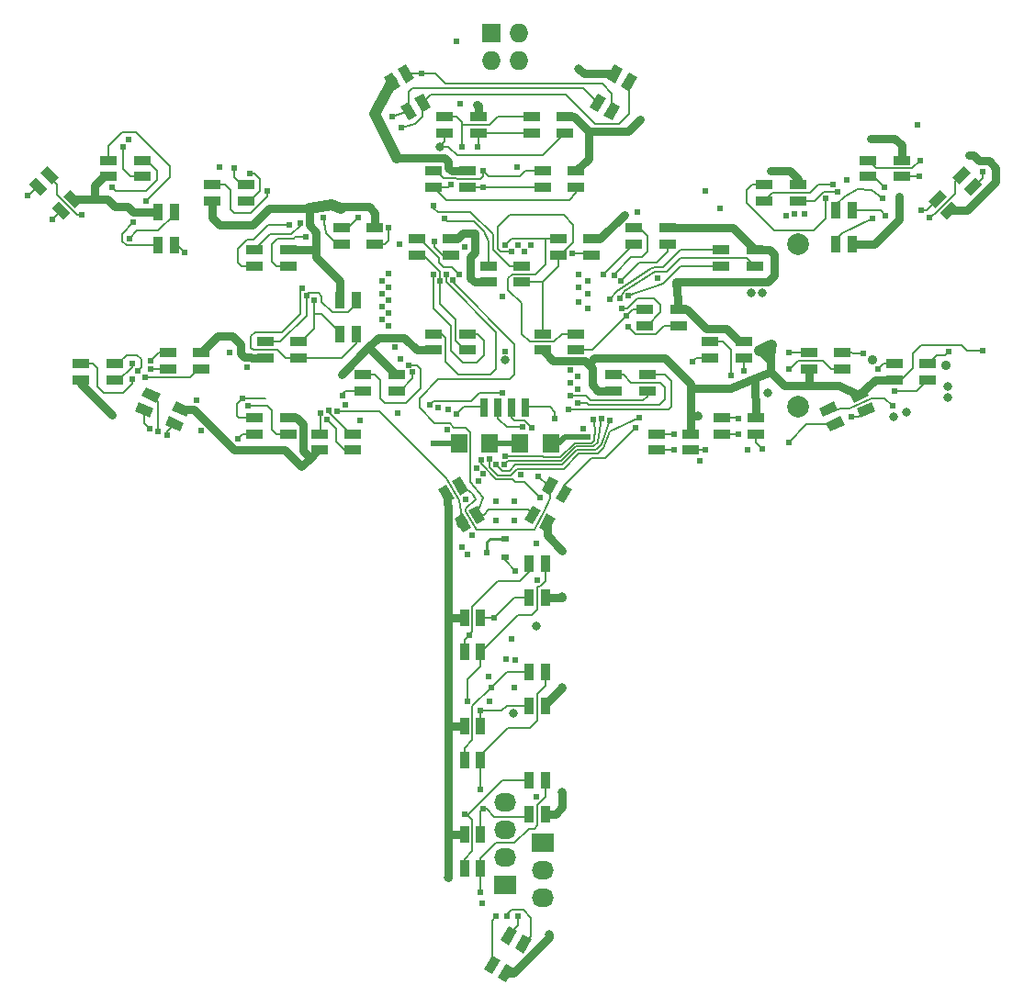
<source format=gtl>
G04 #@! TF.FileFunction,Copper,L1,Top,Signal*
%FSLAX46Y46*%
G04 Gerber Fmt 4.6, Leading zero omitted, Abs format (unit mm)*
G04 Created by KiCad (PCBNEW 4.0.6) date Monday, May 07, 2018 'PMt' 08:57:05 PM*
%MOMM*%
%LPD*%
G01*
G04 APERTURE LIST*
%ADD10C,0.100000*%
%ADD11C,2.000000*%
%ADD12R,2.032000X1.727200*%
%ADD13O,2.032000X1.727200*%
%ADD14R,1.597660X1.800860*%
%ADD15R,0.800000X0.600000*%
%ADD16C,0.900000*%
%ADD17R,1.727200X1.727200*%
%ADD18O,1.727200X1.727200*%
%ADD19R,1.498600X0.899160*%
%ADD20R,0.899160X1.498600*%
%ADD21R,0.800000X1.800000*%
%ADD22C,0.610000*%
%ADD23C,0.800000*%
%ADD24C,0.200000*%
%ADD25C,0.152400*%
%ADD26C,0.240000*%
%ADD27C,0.500000*%
%ADD28C,0.750000*%
%ADD29C,1.000000*%
G04 APERTURE END LIST*
D10*
D11*
X177000000Y-80000000D03*
X177000000Y-94990000D03*
D12*
X153500000Y-135210000D03*
D13*
X153500000Y-137750000D03*
X153500000Y-140290000D03*
D12*
X150000000Y-139079999D03*
D13*
X150000000Y-136539999D03*
X150000000Y-133999999D03*
X150000000Y-131459999D03*
D14*
X151400000Y-98400000D03*
X154239720Y-98400000D03*
X145760280Y-98400000D03*
X148600000Y-98400000D03*
D15*
X150000000Y-107150000D03*
X150000000Y-108850000D03*
D16*
X190691718Y-91137172D03*
X183908282Y-90662828D03*
D17*
X148760000Y-60560000D03*
D18*
X151300000Y-60560000D03*
X148760000Y-63100000D03*
X151300000Y-63100000D03*
D19*
X114000000Y-92498600D03*
X114000000Y-91000000D03*
X110901200Y-91000000D03*
X110901200Y-92498600D03*
X169901200Y-80501400D03*
X169901200Y-82000000D03*
X173000000Y-82000000D03*
X173000000Y-80501400D03*
X173901200Y-74501400D03*
X173901200Y-76000000D03*
X177000000Y-76000000D03*
X177000000Y-74501400D03*
X168901200Y-89000000D03*
X168901200Y-90498600D03*
X172000000Y-90498600D03*
X172000000Y-89000000D03*
X153450600Y-73250700D03*
X153450600Y-74749300D03*
X156549400Y-74749300D03*
X156549400Y-73250700D03*
D10*
G36*
X192327090Y-74896878D02*
X193386760Y-73837208D01*
X194022562Y-74473010D01*
X192962892Y-75532680D01*
X192327090Y-74896878D01*
X192327090Y-74896878D01*
G37*
G36*
X191267420Y-73837208D02*
X192327090Y-72777538D01*
X192962892Y-73413340D01*
X191903222Y-74473010D01*
X191267420Y-73837208D01*
X191267420Y-73837208D01*
G37*
G36*
X189076238Y-76028390D02*
X190135908Y-74968720D01*
X190771710Y-75604522D01*
X189712040Y-76664192D01*
X189076238Y-76028390D01*
X189076238Y-76028390D01*
G37*
G36*
X190135908Y-77088060D02*
X191195578Y-76028390D01*
X191831380Y-76664192D01*
X190771710Y-77723862D01*
X190135908Y-77088060D01*
X190135908Y-77088060D01*
G37*
D19*
X183450600Y-72250700D03*
X183450600Y-73749300D03*
X186549400Y-73749300D03*
X186549400Y-72250700D03*
X154901200Y-79501400D03*
X154901200Y-81000000D03*
X158000000Y-81000000D03*
X158000000Y-79501400D03*
X161901200Y-78501400D03*
X161901200Y-80000000D03*
X165000000Y-80000000D03*
X165000000Y-78501400D03*
D20*
X182000000Y-76901200D03*
X180501400Y-76901200D03*
X180501400Y-80000000D03*
X182000000Y-80000000D03*
D10*
G36*
X159340385Y-66543047D02*
X158591085Y-67840873D01*
X157812389Y-67391293D01*
X158561689Y-66093467D01*
X159340385Y-66543047D01*
X159340385Y-66543047D01*
G37*
G36*
X160638211Y-67292347D02*
X159888911Y-68590173D01*
X159110215Y-68140593D01*
X159859515Y-66842767D01*
X160638211Y-67292347D01*
X160638211Y-67292347D01*
G37*
G36*
X162187611Y-64608707D02*
X161438311Y-65906533D01*
X160659615Y-65456953D01*
X161408915Y-64159127D01*
X162187611Y-64608707D01*
X162187611Y-64608707D01*
G37*
G36*
X160889785Y-63859407D02*
X160140485Y-65157233D01*
X159361789Y-64707653D01*
X160111089Y-63409827D01*
X160889785Y-63859407D01*
X160889785Y-63859407D01*
G37*
D19*
X152450600Y-68250700D03*
X152450600Y-69749300D03*
X155549400Y-69749300D03*
X155549400Y-68250700D03*
D20*
X153749300Y-129450600D03*
X152250700Y-129450600D03*
X152250700Y-132549400D03*
X153749300Y-132549400D03*
D19*
X164000000Y-97501400D03*
X164000000Y-99000000D03*
X167098800Y-99000000D03*
X167098800Y-97501400D03*
X163098800Y-93498600D03*
X163098800Y-92000000D03*
X160000000Y-92000000D03*
X160000000Y-93498600D03*
D20*
X153749300Y-119450600D03*
X152250700Y-119450600D03*
X152250700Y-122549400D03*
X153749300Y-122549400D03*
D19*
X181098800Y-91498600D03*
X181098800Y-90000000D03*
X178000000Y-90000000D03*
X178000000Y-91498600D03*
X156549400Y-89749300D03*
X156549400Y-88250700D03*
X153450600Y-88250700D03*
X153450600Y-89749300D03*
D20*
X153749300Y-109450600D03*
X152250700Y-109450600D03*
X152250700Y-112549400D03*
X153749300Y-112549400D03*
D19*
X189000000Y-92498600D03*
X189000000Y-91000000D03*
X185901200Y-91000000D03*
X185901200Y-92498600D03*
D10*
G36*
X150909615Y-144956953D02*
X151658915Y-143659127D01*
X152437611Y-144108707D01*
X151688311Y-145406533D01*
X150909615Y-144956953D01*
X150909615Y-144956953D01*
G37*
G36*
X149611789Y-144207653D02*
X150361089Y-142909827D01*
X151139785Y-143359407D01*
X150390485Y-144657233D01*
X149611789Y-144207653D01*
X149611789Y-144207653D01*
G37*
G36*
X148062389Y-146891293D02*
X148811689Y-145593467D01*
X149590385Y-146043047D01*
X148841085Y-147340873D01*
X148062389Y-146891293D01*
X148062389Y-146891293D01*
G37*
G36*
X149360215Y-147640593D02*
X150109515Y-146342767D01*
X150888211Y-146792347D01*
X150138911Y-148090173D01*
X149360215Y-147640593D01*
X149360215Y-147640593D01*
G37*
D19*
X170000000Y-96000000D03*
X170000000Y-97498600D03*
X173098800Y-97498600D03*
X173098800Y-96000000D03*
D10*
G36*
X154659615Y-103456953D02*
X155408915Y-102159127D01*
X156187611Y-102608707D01*
X155438311Y-103906533D01*
X154659615Y-103456953D01*
X154659615Y-103456953D01*
G37*
G36*
X153361789Y-102707653D02*
X154111089Y-101409827D01*
X154889785Y-101859407D01*
X154140485Y-103157233D01*
X153361789Y-102707653D01*
X153361789Y-102707653D01*
G37*
G36*
X151812389Y-105391293D02*
X152561689Y-104093467D01*
X153340385Y-104543047D01*
X152591085Y-105840873D01*
X151812389Y-105391293D01*
X151812389Y-105391293D01*
G37*
G36*
X153110215Y-106140593D02*
X153859515Y-104842767D01*
X154638211Y-105292347D01*
X153888911Y-106590173D01*
X153110215Y-106140593D01*
X153110215Y-106140593D01*
G37*
G36*
X180697596Y-95315798D02*
X179339403Y-95949134D01*
X178959402Y-95134218D01*
X180317595Y-94500882D01*
X180697596Y-95315798D01*
X180697596Y-95315798D01*
G37*
G36*
X181330932Y-96673991D02*
X179972739Y-97307327D01*
X179592738Y-96492411D01*
X180950931Y-95859075D01*
X181330932Y-96673991D01*
X181330932Y-96673991D01*
G37*
G36*
X184139398Y-95364382D02*
X182781205Y-95997718D01*
X182401204Y-95182802D01*
X183759397Y-94549466D01*
X184139398Y-95364382D01*
X184139398Y-95364382D01*
G37*
G36*
X183506062Y-94006189D02*
X182147869Y-94639525D01*
X181767868Y-93824609D01*
X183126061Y-93191273D01*
X183506062Y-94006189D01*
X183506062Y-94006189D01*
G37*
D19*
X134901200Y-78501400D03*
X134901200Y-80000000D03*
X138000000Y-80000000D03*
X138000000Y-78501400D03*
D20*
X134800100Y-88298700D03*
X136298700Y-88298700D03*
X136298700Y-85199900D03*
X134800100Y-85199900D03*
D19*
X151549400Y-83498600D03*
X151549400Y-82000000D03*
X148450600Y-82000000D03*
X148450600Y-83498600D03*
D20*
X118000000Y-80098800D03*
X119498600Y-80098800D03*
X119498600Y-77000000D03*
X118000000Y-77000000D03*
D19*
X141901200Y-79501400D03*
X141901200Y-81000000D03*
X145000000Y-81000000D03*
X145000000Y-79501400D03*
X143450600Y-73250700D03*
X143450600Y-74749300D03*
X146549400Y-74749300D03*
X146549400Y-73250700D03*
X116549400Y-73749300D03*
X116549400Y-72250700D03*
X113450600Y-72250700D03*
X113450600Y-73749300D03*
X144450600Y-68250700D03*
X144450600Y-69749300D03*
X147549400Y-69749300D03*
X147549400Y-68250700D03*
D10*
G36*
X108195578Y-74473010D02*
X107135908Y-73413340D01*
X107771710Y-72777538D01*
X108831380Y-73837208D01*
X108195578Y-74473010D01*
X108195578Y-74473010D01*
G37*
G36*
X107135908Y-75532680D02*
X106076238Y-74473010D01*
X106712040Y-73837208D01*
X107771710Y-74896878D01*
X107135908Y-75532680D01*
X107135908Y-75532680D01*
G37*
G36*
X109327090Y-77723862D02*
X108267420Y-76664192D01*
X108903222Y-76028390D01*
X109962892Y-77088060D01*
X109327090Y-77723862D01*
X109327090Y-77723862D01*
G37*
G36*
X110386760Y-76664192D02*
X109327090Y-75604522D01*
X109962892Y-74968720D01*
X111022562Y-76028390D01*
X110386760Y-76664192D01*
X110386760Y-76664192D01*
G37*
D19*
X126098800Y-76000000D03*
X126098800Y-74501400D03*
X123000000Y-74501400D03*
X123000000Y-76000000D03*
X126901200Y-80501400D03*
X126901200Y-82000000D03*
X130000000Y-82000000D03*
X130000000Y-80501400D03*
X146549400Y-89749300D03*
X146549400Y-88250700D03*
X143450600Y-88250700D03*
X143450600Y-89749300D03*
X136901200Y-92000000D03*
X136901200Y-93498600D03*
X140000000Y-93498600D03*
X140000000Y-92000000D03*
D20*
X146250700Y-137549400D03*
X147749300Y-137549400D03*
X147749300Y-134450600D03*
X146250700Y-134450600D03*
D19*
X131000000Y-90498600D03*
X131000000Y-89000000D03*
X127901200Y-89000000D03*
X127901200Y-90498600D03*
D10*
G36*
X146140485Y-104842767D02*
X146889785Y-106140593D01*
X146111089Y-106590173D01*
X145361789Y-105292347D01*
X146140485Y-104842767D01*
X146140485Y-104842767D01*
G37*
G36*
X147438311Y-104093467D02*
X148187611Y-105391293D01*
X147408915Y-105840873D01*
X146659615Y-104543047D01*
X147438311Y-104093467D01*
X147438311Y-104093467D01*
G37*
G36*
X145888911Y-101409827D02*
X146638211Y-102707653D01*
X145859515Y-103157233D01*
X145110215Y-101859407D01*
X145888911Y-101409827D01*
X145888911Y-101409827D01*
G37*
G36*
X144591085Y-102159127D02*
X145340385Y-103456953D01*
X144561689Y-103906533D01*
X143812389Y-102608707D01*
X144591085Y-102159127D01*
X144591085Y-102159127D01*
G37*
D19*
X126901200Y-96000000D03*
X126901200Y-97498600D03*
X130000000Y-97498600D03*
X130000000Y-96000000D03*
X136000000Y-99000000D03*
X136000000Y-97501400D03*
X132901200Y-97501400D03*
X132901200Y-99000000D03*
D10*
G36*
X117852131Y-94639525D02*
X116493938Y-94006189D01*
X116873939Y-93191273D01*
X118232132Y-93824609D01*
X117852131Y-94639525D01*
X117852131Y-94639525D01*
G37*
G36*
X117218795Y-95997718D02*
X115860602Y-95364382D01*
X116240603Y-94549466D01*
X117598796Y-95182802D01*
X117218795Y-95997718D01*
X117218795Y-95997718D01*
G37*
G36*
X120027261Y-97307327D02*
X118669068Y-96673991D01*
X119049069Y-95859075D01*
X120407262Y-96492411D01*
X120027261Y-97307327D01*
X120027261Y-97307327D01*
G37*
G36*
X120660597Y-95949134D02*
X119302404Y-95315798D01*
X119682405Y-94500882D01*
X121040598Y-95134218D01*
X120660597Y-95949134D01*
X120660597Y-95949134D01*
G37*
D20*
X146250700Y-117549400D03*
X147749300Y-117549400D03*
X147749300Y-114450600D03*
X146250700Y-114450600D03*
D19*
X118901200Y-90000000D03*
X118901200Y-91498600D03*
X122000000Y-91498600D03*
X122000000Y-90000000D03*
D20*
X146250700Y-127549400D03*
X147749300Y-127549400D03*
X147749300Y-124450600D03*
X146250700Y-124450600D03*
D10*
G36*
X141140485Y-66842767D02*
X141889785Y-68140593D01*
X141111089Y-68590173D01*
X140361789Y-67292347D01*
X141140485Y-66842767D01*
X141140485Y-66842767D01*
G37*
G36*
X142438311Y-66093467D02*
X143187611Y-67391293D01*
X142408915Y-67840873D01*
X141659615Y-66543047D01*
X142438311Y-66093467D01*
X142438311Y-66093467D01*
G37*
G36*
X140888911Y-63409827D02*
X141638211Y-64707653D01*
X140859515Y-65157233D01*
X140110215Y-63859407D01*
X140888911Y-63409827D01*
X140888911Y-63409827D01*
G37*
G36*
X139591085Y-64159127D02*
X140340385Y-65456953D01*
X139561689Y-65906533D01*
X138812389Y-64608707D01*
X139591085Y-64159127D01*
X139591085Y-64159127D01*
G37*
D19*
X162901200Y-86000000D03*
X162901200Y-87498600D03*
X166000000Y-87498600D03*
X166000000Y-86000000D03*
D21*
X151905000Y-95075000D03*
X150635000Y-95075000D03*
X149365000Y-95075000D03*
X148095000Y-95075000D03*
D22*
X177600000Y-77200000D03*
X176700000Y-77200000D03*
X175900000Y-77400000D03*
X168000000Y-100000000D03*
X148450000Y-119850000D03*
X150000000Y-89900000D03*
D23*
X150000000Y-90700000D03*
D22*
X149800000Y-84800000D03*
X121950000Y-97150000D03*
X145550000Y-95650000D03*
X144650000Y-97100000D03*
X157200000Y-97000000D03*
X188000000Y-69000000D03*
X123700000Y-72900000D03*
X154600000Y-96100000D03*
X140100000Y-95600000D03*
X162200000Y-77000000D03*
X150600000Y-116400000D03*
X149137500Y-105462500D03*
X150862500Y-105462500D03*
X150862500Y-103737500D03*
X149137500Y-103737500D03*
X150850000Y-120900000D03*
X145550000Y-61250000D03*
X145900000Y-67050000D03*
X152450000Y-96900000D03*
X148350000Y-108450000D03*
X164100000Y-83100000D03*
X169800000Y-76700000D03*
X147800000Y-99850000D03*
X153250000Y-103400000D03*
X121550000Y-94350000D03*
X147900000Y-140800000D03*
X153000000Y-111000000D03*
X157600000Y-97800000D03*
D23*
X144800000Y-138400000D03*
D22*
X134900000Y-92025000D03*
X131250000Y-100500000D03*
X113750000Y-95750000D03*
X123500000Y-88500000D03*
X144800000Y-95250000D03*
X108250000Y-77750000D03*
X117350000Y-90750000D03*
X168500000Y-99000000D03*
X184800000Y-75750000D03*
X179600000Y-75800000D03*
X143850000Y-95100000D03*
X111000000Y-77250000D03*
X117350000Y-91550000D03*
X165550000Y-99000000D03*
X184950000Y-74750000D03*
X140400000Y-90550000D03*
X113750000Y-74750000D03*
X117250000Y-97000000D03*
X165550000Y-97500000D03*
X116900000Y-76000000D03*
X139850000Y-89475000D03*
X118000000Y-97300000D03*
X171500000Y-97500000D03*
X183900000Y-77600000D03*
X188250000Y-72250000D03*
X139250000Y-87550000D03*
X114750000Y-71000000D03*
X118850000Y-97600000D03*
X171500000Y-96050000D03*
X138650000Y-86950000D03*
X125000000Y-73000000D03*
X173700000Y-98900000D03*
X170800000Y-92100000D03*
X133600000Y-96200000D03*
X139250000Y-86350000D03*
X126500000Y-73500000D03*
X176150000Y-98250000D03*
X172000000Y-91700000D03*
X135000000Y-94000000D03*
X162000000Y-96900000D03*
X128100000Y-75100000D03*
X138650000Y-85750000D03*
X134550000Y-95400000D03*
X160050000Y-82850000D03*
X167300000Y-90800000D03*
X181900000Y-95950000D03*
X139250000Y-85150000D03*
X130150000Y-78200000D03*
X133750000Y-95350000D03*
X185700000Y-94900000D03*
X188400000Y-76900000D03*
X138650000Y-84550000D03*
X131100000Y-78050000D03*
X133000000Y-95600000D03*
X176200000Y-91500000D03*
X139250000Y-83950000D03*
X131650000Y-79350000D03*
X125350000Y-97950000D03*
X185050000Y-77350000D03*
X188200000Y-73750000D03*
X126300000Y-94900000D03*
X176200000Y-90000000D03*
X138650000Y-83350000D03*
X133250000Y-77500000D03*
X161350000Y-87600000D03*
X125800000Y-94200000D03*
X185900000Y-93550000D03*
X139250000Y-82700000D03*
X136500000Y-77500000D03*
X184400000Y-91500000D03*
X156200000Y-80850000D03*
X139250000Y-78500000D03*
X143400000Y-82800000D03*
X183000000Y-90100000D03*
X189100000Y-77550000D03*
X144000000Y-83400000D03*
X140250000Y-80000000D03*
X190900000Y-89900000D03*
X160800000Y-85900000D03*
X143500000Y-79750000D03*
X144600000Y-82800000D03*
X145200000Y-83300000D03*
X143450000Y-76450000D03*
X180200000Y-74450000D03*
X153100000Y-101400000D03*
X145800000Y-82800000D03*
X146250000Y-80250000D03*
X180650000Y-75200000D03*
X144400000Y-77600000D03*
X150000000Y-80100000D03*
X141100000Y-91150000D03*
X150600000Y-80700000D03*
X141500000Y-91800000D03*
X151200000Y-80100000D03*
X140460000Y-69210000D03*
X147750000Y-139750000D03*
X139600000Y-68200000D03*
X146250000Y-132550000D03*
X151800000Y-80700000D03*
X142300000Y-64283530D03*
X152400000Y-80100000D03*
X148000000Y-132100000D03*
X146700000Y-116050000D03*
X156800000Y-82800000D03*
X147500000Y-71000000D03*
X157600000Y-83400000D03*
X146000000Y-71000000D03*
X146550000Y-122150000D03*
X147750000Y-130250000D03*
X156800000Y-84000000D03*
X148000000Y-73250000D03*
X147750000Y-123000000D03*
X157600000Y-84600000D03*
X148000000Y-74750000D03*
X149000000Y-114450000D03*
X156800000Y-85300000D03*
X145050000Y-74450000D03*
X148750000Y-120850000D03*
D23*
X144000000Y-71000000D03*
D22*
X157600000Y-85900000D03*
X159100000Y-82750000D03*
X151200000Y-142000000D03*
X115600000Y-92400000D03*
X156000000Y-91600000D03*
X120450000Y-80750000D03*
X160700000Y-83350000D03*
X150200000Y-142000000D03*
X156700000Y-92200000D03*
X131325000Y-84050000D03*
X194000000Y-73300000D03*
X172400000Y-99000000D03*
X149200000Y-142000000D03*
X156000000Y-92800000D03*
X132400000Y-85200000D03*
X161200000Y-86600000D03*
X156700000Y-93400000D03*
X131700000Y-84725000D03*
X161400000Y-84750000D03*
X116150000Y-91700000D03*
X156000000Y-94000000D03*
X115750000Y-78000000D03*
X160600000Y-85000000D03*
X116800000Y-92250000D03*
X115350000Y-79500000D03*
X156700000Y-94600000D03*
X159700000Y-85050000D03*
X115600000Y-91000000D03*
X155875000Y-95200000D03*
X106000000Y-75500000D03*
X147250000Y-79000000D03*
X147400000Y-67100000D03*
X134875000Y-76700000D03*
D23*
X140000000Y-72000000D03*
D22*
X115250000Y-76500000D03*
D23*
X167800000Y-95800000D03*
X154100000Y-143700000D03*
X155300000Y-112500000D03*
X155300000Y-120900000D03*
X155300000Y-130500000D03*
X155300000Y-108300000D03*
D22*
X174535715Y-89300000D03*
X173500000Y-89800000D03*
X194000000Y-89800000D03*
X192800000Y-71800000D03*
X186300000Y-75600000D03*
X165750000Y-83500000D03*
D23*
X156800000Y-63800000D03*
D22*
X161000000Y-77250000D03*
X161000000Y-77250000D03*
X183750000Y-70250000D03*
X174500000Y-73250000D03*
X162500000Y-68500000D03*
X147550000Y-101850000D03*
X146400000Y-103500000D03*
X150100000Y-118250000D03*
X149975000Y-99575000D03*
X158100000Y-96175000D03*
X150985000Y-118365000D03*
X149950000Y-100350000D03*
X158900000Y-96050000D03*
X124650000Y-89950000D03*
X146950000Y-106848062D03*
X115300000Y-70300000D03*
X147400000Y-100650000D03*
X126250000Y-91300000D03*
X135250000Y-94800000D03*
X148575000Y-99775000D03*
X162400000Y-96000000D03*
X149150000Y-100325000D03*
X159675000Y-96250000D03*
X143100000Y-94800000D03*
X149775000Y-93675000D03*
X151600000Y-96850000D03*
X152900000Y-107600000D03*
X146500000Y-108600000D03*
X146050000Y-107950000D03*
X150950000Y-110100000D03*
X152900000Y-131000000D03*
X151450000Y-101250000D03*
X147950000Y-101200000D03*
X148600000Y-122200000D03*
X136650000Y-96250000D03*
X143400000Y-98400000D03*
X151100000Y-72900000D03*
D23*
X190850000Y-94100000D03*
X190850000Y-94100000D03*
X190850000Y-93100000D03*
X150800000Y-123300000D03*
X152850000Y-115250000D03*
X174200000Y-93700000D03*
X173750000Y-84450000D03*
X172700000Y-84450000D03*
X185850000Y-95950000D03*
X187000000Y-95500000D03*
D22*
X181500000Y-74100000D03*
X168500000Y-75100000D03*
D24*
X146200000Y-95000000D02*
X145550000Y-95650000D01*
X148095000Y-95000000D02*
X146200000Y-95000000D01*
X154150000Y-95000000D02*
X154600000Y-95450000D01*
X154600000Y-95450000D02*
X154600000Y-96100000D01*
X151905000Y-95000000D02*
X154150000Y-95000000D01*
D25*
X148095000Y-95000000D02*
X148095000Y-94355000D01*
D24*
X151800000Y-96250000D02*
X150900000Y-96250000D01*
X150635000Y-95075000D02*
X150635000Y-95985000D01*
X150635000Y-95985000D02*
X150900000Y-96250000D01*
X151800000Y-96250000D02*
X152450000Y-96900000D01*
D26*
X148350000Y-108450000D02*
X148350000Y-107450000D01*
X148350000Y-107450000D02*
X148650000Y-107150000D01*
X148650000Y-107150000D02*
X150000000Y-107150000D01*
D25*
X149200000Y-101650000D02*
X147800000Y-100250000D01*
X147800000Y-100250000D02*
X147800000Y-99850000D01*
X150650000Y-101650000D02*
X149450000Y-101650000D01*
X149450000Y-101650000D02*
X149200000Y-101650000D01*
X150950000Y-101950000D02*
X150650000Y-101650000D01*
X151800000Y-101950000D02*
X150950000Y-101950000D01*
X153250000Y-103400000D02*
X151800000Y-101950000D01*
D27*
X148600000Y-98400000D02*
X151400000Y-98400000D01*
X154900000Y-98400000D02*
X155500000Y-97800000D01*
X155500000Y-97800000D02*
X157600000Y-97800000D01*
X154239720Y-98400000D02*
X154900000Y-98400000D01*
D28*
X144576387Y-103032830D02*
X144800000Y-104400000D01*
X144800000Y-138400000D02*
X144800000Y-134400000D01*
X144800000Y-134400000D02*
X144800000Y-132999900D01*
X146250700Y-134450600D02*
X144850600Y-134450600D01*
X144850600Y-134450600D02*
X144800000Y-134400000D01*
X144800000Y-124400000D02*
X144800000Y-132999900D01*
X144800000Y-116400000D02*
X144800000Y-124400000D01*
X144850600Y-124450600D02*
X144800000Y-124400000D01*
X146250700Y-124450600D02*
X144850600Y-124450600D01*
X144800000Y-104400000D02*
X144800000Y-114500000D01*
X144800000Y-114500000D02*
X144800000Y-116400000D01*
X146250700Y-114450600D02*
X144849400Y-114450600D01*
X144849400Y-114450600D02*
X144800000Y-114500000D01*
X125600000Y-98954511D02*
X129704511Y-98954511D01*
X129704511Y-98954511D02*
X130450000Y-99700000D01*
X130450000Y-99700000D02*
X131250000Y-100500000D01*
X120171501Y-95225008D02*
X121325008Y-95225008D01*
X121325008Y-95225008D02*
X125054511Y-98954511D01*
X125054511Y-98954511D02*
X125600000Y-98954511D01*
X125600000Y-98954511D02*
X125200000Y-98954511D01*
X132750000Y-99000000D02*
X132050000Y-99700000D01*
X132050000Y-99700000D02*
X131250000Y-100500000D01*
X131400000Y-99050000D02*
X132050000Y-99700000D01*
X130000000Y-96000000D02*
X130800000Y-96000000D01*
X130800000Y-96000000D02*
X131400000Y-96600000D01*
X131400000Y-96600000D02*
X131400000Y-99050000D01*
X132901200Y-99000000D02*
X132750000Y-99000000D01*
X110901200Y-92498600D02*
X110901200Y-92901200D01*
X110901200Y-92901200D02*
X113750000Y-95750000D01*
X122000000Y-90000000D02*
X123500000Y-88500000D01*
X125600000Y-90050000D02*
X125600000Y-89200000D01*
X125600000Y-89200000D02*
X124900000Y-88500000D01*
X126000000Y-90450000D02*
X125600000Y-90050000D01*
X126600000Y-90450000D02*
X126000000Y-90450000D01*
X126648600Y-90498600D02*
X126600000Y-90450000D01*
X127901200Y-90498600D02*
X126648600Y-90498600D01*
X124900000Y-88500000D02*
X123500000Y-88500000D01*
X138300000Y-88600000D02*
X137400000Y-89500000D01*
X137400000Y-89500000D02*
X134900000Y-92000000D01*
X140000000Y-92000000D02*
X139900000Y-92000000D01*
X139900000Y-92000000D02*
X137400000Y-89500000D01*
X134900000Y-92000000D02*
X134900000Y-92025000D01*
X140700000Y-88600000D02*
X138300000Y-88600000D01*
X141849300Y-89749300D02*
X140700000Y-88600000D01*
X143450600Y-89749300D02*
X141849300Y-89749300D01*
D24*
X130000000Y-96000000D02*
X129700000Y-96000000D01*
X140000000Y-92000000D02*
X140250000Y-92000000D01*
X140000000Y-92000000D02*
X139700000Y-92000000D01*
X140000000Y-92000000D02*
X140400000Y-92000000D01*
X118901200Y-90000000D02*
X118100000Y-90000000D01*
X118100000Y-90000000D02*
X117350000Y-90750000D01*
X109115156Y-76876126D02*
X109115156Y-76884844D01*
X109115156Y-76884844D02*
X108250000Y-77750000D01*
X167098800Y-99000000D02*
X168500000Y-99000000D01*
X184800000Y-75750000D02*
X183800000Y-75000000D01*
X183800000Y-75000000D02*
X182500000Y-74950000D01*
X182500000Y-74950000D02*
X181300000Y-75550000D01*
X180501400Y-76348600D02*
X180501400Y-76901200D01*
X181300000Y-75550000D02*
X180501400Y-76348600D01*
X179600000Y-75800000D02*
X179600000Y-77600000D01*
X179600000Y-77600000D02*
X178500000Y-78700000D01*
X174800000Y-78700000D02*
X172300000Y-76200000D01*
X172300000Y-76200000D02*
X172300000Y-75000000D01*
X178500000Y-78700000D02*
X174800000Y-78700000D01*
X172300000Y-75000000D02*
X172798600Y-74501400D01*
X172798600Y-74501400D02*
X173901200Y-74501400D01*
X118901200Y-91498600D02*
X117401400Y-91498600D01*
X117401400Y-91498600D02*
X117350000Y-91550000D01*
X108700000Y-75400000D02*
X110550000Y-77250000D01*
X110550000Y-77250000D02*
X111000000Y-77250000D01*
X108700000Y-74500000D02*
X108700000Y-75400000D01*
X107983644Y-73783644D02*
X108700000Y-74500000D01*
X107983644Y-73625274D02*
X107983644Y-73783644D01*
X164000000Y-99000000D02*
X165550000Y-99000000D01*
X116729699Y-95273592D02*
X116729699Y-96479699D01*
X116900000Y-75100000D02*
X114100000Y-75100000D01*
X114100000Y-75100000D02*
X113750000Y-74750000D01*
X117900000Y-74100000D02*
X116900000Y-75100000D01*
X117900000Y-73200000D02*
X117900000Y-74100000D01*
X116950700Y-72250700D02*
X117900000Y-73200000D01*
X116549400Y-72250700D02*
X116950700Y-72250700D01*
X164000000Y-97501400D02*
X165548600Y-97501400D01*
X165548600Y-97501400D02*
X165550000Y-97500000D01*
X183450600Y-73749300D02*
X183949300Y-73749300D01*
X183949300Y-73749300D02*
X184950000Y-74750000D01*
X116729699Y-96479699D02*
X117250000Y-97000000D01*
X118000000Y-97300000D02*
X118000000Y-94552364D01*
X118000000Y-94552364D02*
X117363035Y-93915399D01*
X119100000Y-72800000D02*
X119100000Y-73700000D01*
X116900000Y-76000000D02*
X119100000Y-73800000D01*
X119100000Y-73800000D02*
X119100000Y-73700000D01*
X113450600Y-72250700D02*
X113450600Y-70949400D01*
X113450600Y-70949400D02*
X114700000Y-69700000D01*
X114700000Y-69700000D02*
X116000000Y-69700000D01*
X116000000Y-69700000D02*
X119100000Y-72800000D01*
X170000000Y-97498600D02*
X171498600Y-97498600D01*
X171498600Y-97498600D02*
X171500000Y-97500000D01*
X180501400Y-80000000D02*
X180501400Y-79614307D01*
X180501400Y-79614307D02*
X181115707Y-79000000D01*
X181115707Y-79000000D02*
X183900000Y-77600000D01*
X118850000Y-97600000D02*
X118850000Y-97271366D01*
X118850000Y-97271366D02*
X119538165Y-96583201D01*
X114750000Y-73050000D02*
X115449300Y-73749300D01*
X115449300Y-73749300D02*
X116549400Y-73749300D01*
X114750000Y-71000000D02*
X114750000Y-73050000D01*
X170000000Y-96000000D02*
X171450000Y-96000000D01*
X171450000Y-96000000D02*
X171500000Y-96050000D01*
X187550000Y-73000000D02*
X184199900Y-73000000D01*
X184199900Y-73000000D02*
X183450600Y-72250700D01*
X188250000Y-72300000D02*
X187550000Y-73000000D01*
X188250000Y-72250000D02*
X188250000Y-72300000D01*
X135200000Y-99000000D02*
X134400000Y-98200000D01*
X134400000Y-98200000D02*
X134400000Y-97000000D01*
X136000000Y-99000000D02*
X135200000Y-99000000D01*
X125701400Y-74501400D02*
X125000000Y-73800000D01*
X125000000Y-73800000D02*
X125000000Y-73000000D01*
X126098800Y-74501400D02*
X125701400Y-74501400D01*
X173098800Y-97498600D02*
X173098800Y-98298800D01*
X173098800Y-98298800D02*
X173700000Y-98900000D01*
X168901200Y-89000000D02*
X170100000Y-89000000D01*
X170100000Y-89000000D02*
X170800000Y-89700000D01*
X170800000Y-89700000D02*
X170800000Y-92100000D01*
X134400000Y-97000000D02*
X133600000Y-96200000D01*
X135000000Y-93800000D02*
X135301400Y-93498600D01*
X135301400Y-93498600D02*
X136901200Y-93498600D01*
X135000000Y-94000000D02*
X135000000Y-93800000D01*
X127400000Y-75100000D02*
X126500000Y-76000000D01*
X126500000Y-76000000D02*
X126098800Y-76000000D01*
X127400000Y-74000000D02*
X127400000Y-75100000D01*
X126900000Y-73500000D02*
X127400000Y-74000000D01*
X126500000Y-73500000D02*
X126900000Y-73500000D01*
X126500000Y-73500000D02*
X126400000Y-73500000D01*
X172000000Y-90498600D02*
X172000000Y-91700000D01*
X180461835Y-96583201D02*
X177816799Y-96583201D01*
X177816799Y-96583201D02*
X176150000Y-98250000D01*
X136901200Y-93498600D02*
X137101400Y-93498600D01*
X155423613Y-103032830D02*
X155423613Y-102276387D01*
X155423613Y-102276387D02*
X158000000Y-99700000D01*
X158000000Y-99700000D02*
X159200000Y-99700000D01*
X159200000Y-99700000D02*
X162000000Y-96900000D01*
X134550000Y-95400000D02*
X138400000Y-95400000D01*
X138400000Y-95400000D02*
X144600000Y-101600000D01*
X144600000Y-101600000D02*
X145800000Y-103600000D01*
X145800000Y-103600000D02*
X146125787Y-105716470D01*
X155423613Y-103032830D02*
X155167170Y-103032830D01*
X124700000Y-75000000D02*
X124201400Y-74501400D01*
X124201400Y-74501400D02*
X123000000Y-74501400D01*
X124700000Y-76800000D02*
X124700000Y-75000000D01*
X125000000Y-77100000D02*
X124700000Y-76800000D01*
X126600000Y-77100000D02*
X125000000Y-77100000D01*
X128100000Y-75600000D02*
X126600000Y-77100000D01*
X128100000Y-75100000D02*
X128100000Y-75600000D01*
X163100000Y-80700000D02*
X162600000Y-81200000D01*
X160050000Y-82750000D02*
X161600000Y-81200000D01*
X161600000Y-81200000D02*
X162600000Y-81200000D01*
X160050000Y-82850000D02*
X160050000Y-82750000D01*
X161901200Y-78501400D02*
X162401400Y-78501400D01*
X162401400Y-78501400D02*
X163100000Y-79200000D01*
X163100000Y-79200000D02*
X163100000Y-80700000D01*
D29*
X146125787Y-105716470D02*
X146033530Y-105716470D01*
D24*
X133750000Y-95450000D02*
X135801400Y-97501400D01*
X135801400Y-97501400D02*
X136000000Y-97501400D01*
X133750000Y-95350000D02*
X133750000Y-95450000D01*
X126200000Y-79600000D02*
X126800000Y-79600000D01*
X130150000Y-78200000D02*
X128200000Y-78200000D01*
X128200000Y-78200000D02*
X126800000Y-79600000D01*
X125400000Y-80400000D02*
X126200000Y-79600000D01*
X125400000Y-81700000D02*
X125400000Y-80400000D01*
X125700000Y-82000000D02*
X125400000Y-81700000D01*
X126901200Y-82000000D02*
X125700000Y-82000000D01*
X168901200Y-90498600D02*
X167601400Y-90498600D01*
X167601400Y-90498600D02*
X167300000Y-90800000D01*
X181900000Y-95950000D02*
X182593893Y-95950000D01*
X182593893Y-95950000D02*
X183270301Y-95273592D01*
X133750000Y-95500000D02*
X133750000Y-95350000D01*
X136000000Y-97501400D02*
X135751400Y-97501400D01*
X136000000Y-97501400D02*
X136000000Y-97450000D01*
X183800000Y-94200000D02*
X185000000Y-94200000D01*
X185000000Y-94200000D02*
X185700000Y-94900000D01*
X133000000Y-95600000D02*
X133000000Y-97402600D01*
X133000000Y-97402600D02*
X132901200Y-97501400D01*
X131100000Y-78300000D02*
X130300000Y-79100000D01*
X130300000Y-79100000D02*
X128302600Y-79100000D01*
X128302600Y-79100000D02*
X126901200Y-80501400D01*
X131100000Y-78050000D02*
X131100000Y-78300000D01*
X188400000Y-76900000D02*
X188840430Y-76900000D01*
X188840430Y-76900000D02*
X189923974Y-75816456D01*
X181750000Y-95150000D02*
X179828499Y-95225008D01*
X183800000Y-94200000D02*
X181750000Y-95150000D01*
X125801400Y-97498600D02*
X126901200Y-97498600D01*
X128500000Y-80000000D02*
X128500000Y-81600000D01*
X128900000Y-82000000D02*
X128500000Y-81600000D01*
X130000000Y-82000000D02*
X128900000Y-82000000D01*
X129000000Y-79500000D02*
X128500000Y-80000000D01*
X130500000Y-79500000D02*
X129000000Y-79500000D01*
X130650000Y-79350000D02*
X130500000Y-79500000D01*
X131650000Y-79350000D02*
X130650000Y-79350000D01*
X182000000Y-76901200D02*
X184601200Y-76901200D01*
X184601200Y-76901200D02*
X185050000Y-77350000D01*
X179300000Y-90750000D02*
X180048600Y-91498600D01*
X180048600Y-91498600D02*
X181098800Y-91498600D01*
X177000000Y-90750000D02*
X179300000Y-90750000D01*
X176250000Y-91500000D02*
X177000000Y-90750000D01*
X176200000Y-91500000D02*
X176250000Y-91500000D01*
X125801400Y-97498600D02*
X125350000Y-97950000D01*
X126300000Y-94900000D02*
X128050000Y-94900000D01*
X128050000Y-94900000D02*
X128500000Y-95350000D01*
X128500000Y-95350000D02*
X128500000Y-97100000D01*
X128500000Y-97100000D02*
X128898600Y-97498600D01*
X128898600Y-97498600D02*
X130000000Y-97498600D01*
X134901200Y-80000000D02*
X134500000Y-80000000D01*
X134500000Y-80000000D02*
X133500000Y-79000000D01*
X188200000Y-73750000D02*
X186550100Y-73750000D01*
X186550100Y-73750000D02*
X186549400Y-73749300D01*
X178000000Y-90000000D02*
X176200000Y-90000000D01*
X130000000Y-97498600D02*
X129648600Y-97498600D01*
X133500000Y-79000000D02*
X133250000Y-77500000D01*
X125300000Y-95800000D02*
X125300000Y-94700000D01*
X125300000Y-94700000D02*
X125800000Y-94200000D01*
X125500000Y-96000000D02*
X125300000Y-95800000D01*
X126901200Y-96000000D02*
X125500000Y-96000000D01*
X134901200Y-78501400D02*
X135498600Y-78501400D01*
X135498600Y-78501400D02*
X136500000Y-77500000D01*
X162048700Y-88298700D02*
X163900000Y-88298700D01*
X166000000Y-87498600D02*
X164700100Y-87498600D01*
X164700100Y-87498600D02*
X163900000Y-88298700D01*
X185900000Y-93550000D02*
X187948600Y-93550000D01*
X187948600Y-93550000D02*
X189000000Y-92498600D01*
X162048700Y-88298700D02*
X161350000Y-87600000D01*
X127900000Y-94200000D02*
X125800000Y-94200000D01*
X185901200Y-93548800D02*
X185900000Y-93550000D01*
X185901200Y-91000000D02*
X184900000Y-91000000D01*
X184900000Y-91000000D02*
X184400000Y-91500000D01*
X185901200Y-91000000D02*
X185600000Y-91000000D01*
X146549400Y-88250700D02*
X147450700Y-88250700D01*
X147450700Y-88250700D02*
X148100000Y-88900000D01*
X148100000Y-88900000D02*
X148100000Y-90200000D01*
X148100000Y-90200000D02*
X147400000Y-90900000D01*
X147400000Y-90900000D02*
X146100000Y-90900000D01*
X146100000Y-90900000D02*
X145000000Y-89800000D01*
X145000000Y-89800000D02*
X145000000Y-87500000D01*
X145000000Y-87500000D02*
X143400000Y-85900000D01*
X156200000Y-80850000D02*
X157850000Y-80850000D01*
X157850000Y-80850000D02*
X158000000Y-81000000D01*
X138900000Y-80000000D02*
X139250000Y-79650000D01*
X139250000Y-79650000D02*
X139250000Y-79250000D01*
X138000000Y-80000000D02*
X138900000Y-80000000D01*
X156350000Y-81000000D02*
X156200000Y-80850000D01*
X144600000Y-87100000D02*
X143400000Y-85900000D01*
X143400000Y-85900000D02*
X143400000Y-83500000D01*
X143400000Y-83500000D02*
X143400000Y-82800000D01*
X139250000Y-79250000D02*
X139250000Y-78500000D01*
X181098800Y-90000000D02*
X183000000Y-90100000D01*
X146549400Y-89749300D02*
X146249300Y-89749300D01*
X145400000Y-86900000D02*
X144000000Y-85500000D01*
X144000000Y-85500000D02*
X144000000Y-84000000D01*
X146249300Y-89749300D02*
X145400000Y-88900000D01*
X145400000Y-88900000D02*
X145400000Y-86900000D01*
X144000000Y-84000000D02*
X144000000Y-83400000D01*
X142500000Y-81000000D02*
X144000000Y-82500000D01*
X144000000Y-82500000D02*
X144000000Y-83400000D01*
X141901200Y-81000000D02*
X142500000Y-81000000D01*
X191500000Y-75350000D02*
X191500000Y-74240430D01*
X191500000Y-74240430D02*
X192115156Y-73625274D01*
X189700000Y-77100000D02*
X189100000Y-77550000D01*
X191500000Y-75350000D02*
X189700000Y-77100000D01*
X190900000Y-89900000D02*
X190600000Y-90200000D01*
X190600000Y-90200000D02*
X189800000Y-90200000D01*
X143450600Y-88250700D02*
X144150700Y-88250700D01*
X144500000Y-88600000D02*
X144500000Y-90800000D01*
X144150700Y-88250700D02*
X144500000Y-88600000D01*
X144500000Y-90800000D02*
X145700000Y-92000000D01*
X145700000Y-92000000D02*
X148700000Y-92000000D01*
X148700000Y-92000000D02*
X149200000Y-91500000D01*
X149200000Y-91500000D02*
X149200000Y-88100000D01*
X149200000Y-88100000D02*
X144600000Y-83500000D01*
X144600000Y-83500000D02*
X144600000Y-82800000D01*
X143500000Y-79750000D02*
X143500000Y-80250000D01*
X145000000Y-81000000D02*
X144250000Y-81000000D01*
X144250000Y-81000000D02*
X143500000Y-80250000D01*
X164300000Y-85600000D02*
X164300000Y-86300000D01*
X162901200Y-87498600D02*
X163101400Y-87498600D01*
X163101400Y-87498600D02*
X164300000Y-86300000D01*
X189800000Y-90200000D02*
X189000000Y-91000000D01*
X160800000Y-85900000D02*
X161300000Y-85900000D01*
X161300000Y-85900000D02*
X162200000Y-85000000D01*
X162200000Y-85000000D02*
X163700000Y-85000000D01*
X163700000Y-85000000D02*
X164300000Y-85600000D01*
X144600000Y-83400000D02*
X144600000Y-82800000D01*
X148000000Y-103400000D02*
X146800000Y-101900000D01*
X147423613Y-104967170D02*
X148000000Y-103400000D01*
X146825000Y-99875000D02*
X146800000Y-101900000D01*
X151549400Y-82000000D02*
X150400000Y-82000000D01*
X150400000Y-82000000D02*
X148900000Y-80500000D01*
X148900000Y-80500000D02*
X148900000Y-79100000D01*
X148900000Y-79100000D02*
X146800000Y-77000000D01*
X146800000Y-77000000D02*
X143800000Y-77000000D01*
X143800000Y-77000000D02*
X143450000Y-76650000D01*
X143450000Y-76650000D02*
X143450000Y-76450000D01*
X148500000Y-104500000D02*
X152109217Y-104500000D01*
X152109217Y-104500000D02*
X152576387Y-104967170D01*
X148032830Y-104967170D02*
X148500000Y-104500000D01*
X147423613Y-104967170D02*
X148032830Y-104967170D01*
X146800000Y-97350000D02*
X146350000Y-96900000D01*
X146350000Y-96900000D02*
X145300000Y-96900000D01*
X145300000Y-96900000D02*
X144900000Y-96500000D01*
X142100000Y-95100000D02*
X142100000Y-94200000D01*
X150450000Y-92450000D02*
X150900000Y-92000000D01*
X144900000Y-96500000D02*
X143500000Y-96500000D01*
X143500000Y-96500000D02*
X142100000Y-95100000D01*
X142100000Y-94200000D02*
X143850000Y-92450000D01*
X145200000Y-83500000D02*
X145200000Y-83300000D01*
X143850000Y-92450000D02*
X150450000Y-92450000D01*
X150900000Y-92000000D02*
X150900000Y-89200000D01*
X150900000Y-89200000D02*
X145200000Y-83500000D01*
X178100000Y-75250000D02*
X174651200Y-75250000D01*
X174651200Y-75250000D02*
X173901200Y-76000000D01*
X180200000Y-74450000D02*
X178900000Y-74450000D01*
X178900000Y-74450000D02*
X178100000Y-75250000D01*
X146825000Y-99875000D02*
X146825000Y-97350000D01*
X175200000Y-75250000D02*
X178100000Y-75250000D01*
X147300000Y-103500000D02*
X146350000Y-104400000D01*
X146400000Y-104600000D02*
X146350000Y-104400000D01*
X147000000Y-102900000D02*
X145874213Y-102283530D01*
X147300000Y-103500000D02*
X147000000Y-102900000D01*
X147200000Y-106100000D02*
X146400000Y-104600000D01*
X147400000Y-106300000D02*
X147200000Y-106100000D01*
X152700000Y-106300000D02*
X147400000Y-106300000D01*
X153600000Y-104700000D02*
X152700000Y-106300000D01*
X154125787Y-103474213D02*
X153600000Y-104700000D01*
X154125787Y-102283530D02*
X153983530Y-102283530D01*
X153983530Y-102283530D02*
X153100000Y-101400000D01*
X146190683Y-102600000D02*
X145874213Y-102283530D01*
X154125787Y-102283530D02*
X154125787Y-103474213D01*
X145874213Y-102283530D02*
X145874213Y-102025787D01*
X144300000Y-82100000D02*
X145100000Y-82100000D01*
X145100000Y-82100000D02*
X145800000Y-82800000D01*
X143900000Y-81700000D02*
X144300000Y-82100000D01*
X143900000Y-81300000D02*
X143900000Y-81700000D01*
X142101400Y-79501400D02*
X143900000Y-81300000D01*
X141901200Y-79501400D02*
X142101400Y-79501400D01*
X178550000Y-76000000D02*
X179350000Y-75200000D01*
X179350000Y-75200000D02*
X180650000Y-75200000D01*
X177000000Y-76000000D02*
X178550000Y-76000000D01*
X154901200Y-79501400D02*
X150598600Y-79501400D01*
X150598600Y-79501400D02*
X150000000Y-80100000D01*
X154901200Y-79501400D02*
X154899800Y-79500000D01*
X154899800Y-79500000D02*
X153700000Y-79500000D01*
X153700000Y-79500000D02*
X153700000Y-81850000D01*
X153700000Y-81850000D02*
X152800000Y-82750000D01*
X152800000Y-82750000D02*
X150650000Y-82750000D01*
X155249300Y-88250700D02*
X156549400Y-88250700D01*
X150650000Y-82750000D02*
X150300000Y-83100000D01*
X150300000Y-83100000D02*
X150300000Y-84200000D01*
X150300000Y-84200000D02*
X151549400Y-85449400D01*
X151549400Y-85449400D02*
X151549400Y-88249400D01*
X151549400Y-88249400D02*
X152300000Y-89000000D01*
X152300000Y-89000000D02*
X154500000Y-89000000D01*
X154500000Y-89000000D02*
X155249300Y-88250700D01*
X138500000Y-92500000D02*
X138000000Y-92000000D01*
X138000000Y-92000000D02*
X136901200Y-92000000D01*
X138500000Y-94200000D02*
X138500000Y-92500000D01*
X138900000Y-94600000D02*
X138500000Y-94200000D01*
X140900000Y-94600000D02*
X138900000Y-94600000D01*
X142200000Y-93300000D02*
X140900000Y-94600000D01*
X142200000Y-91500000D02*
X142200000Y-93300000D01*
X141850000Y-91150000D02*
X142200000Y-91500000D01*
X141100000Y-91150000D02*
X141850000Y-91150000D01*
X144400000Y-77600000D02*
X144700000Y-77900000D01*
X144700000Y-77900000D02*
X147128571Y-77900000D01*
X147128571Y-77900000D02*
X148028571Y-78800000D01*
X148028571Y-78800000D02*
X148457142Y-79700000D01*
X148457142Y-79700000D02*
X148457142Y-81993458D01*
X148457142Y-81993458D02*
X148450600Y-82000000D01*
X150000000Y-80100000D02*
X150000000Y-79900000D01*
X156549400Y-88250700D02*
X156149300Y-88250700D01*
X156300000Y-79800000D02*
X155100000Y-81000000D01*
X155100000Y-81000000D02*
X154901200Y-81000000D01*
X156300000Y-78200000D02*
X156300000Y-79800000D01*
X155400000Y-77300000D02*
X156300000Y-78200000D01*
X150400000Y-77300000D02*
X155400000Y-77300000D01*
X149300000Y-78400000D02*
X150400000Y-77300000D01*
X149300000Y-80400000D02*
X149300000Y-78400000D01*
X149600000Y-80700000D02*
X149300000Y-80400000D01*
X150600000Y-80700000D02*
X149600000Y-80700000D01*
X154901200Y-81000000D02*
X154901200Y-82049400D01*
X154901200Y-82049400D02*
X153450600Y-83500000D01*
X140000000Y-93498600D02*
X140351400Y-93498600D01*
X140351400Y-93498600D02*
X141500000Y-92350000D01*
X153450600Y-88250700D02*
X153450600Y-83500000D01*
X151549400Y-83498600D02*
X153449200Y-83498600D01*
X153449200Y-83498600D02*
X153450600Y-83500000D01*
X150600000Y-80700000D02*
X150600000Y-80775000D01*
X153450600Y-88250700D02*
X153650700Y-88250700D01*
X141500000Y-92350000D02*
X141500000Y-91800000D01*
X153749300Y-129450600D02*
X153749300Y-130950700D01*
X153749300Y-130950700D02*
X153000000Y-131700000D01*
X147749300Y-136650700D02*
X147749300Y-137549400D01*
X153000000Y-131700000D02*
X153000000Y-133600000D01*
X153000000Y-133600000D02*
X152700000Y-133900000D01*
X152700000Y-133900000D02*
X152200000Y-133900000D01*
X152200000Y-133900000D02*
X150900000Y-135200000D01*
X150900000Y-135200000D02*
X149200000Y-135200000D01*
X149200000Y-135200000D02*
X147749300Y-136650700D01*
X147750000Y-139750000D02*
X147750000Y-137550100D01*
X147750000Y-137550100D02*
X147749300Y-137549400D01*
X158300000Y-68900000D02*
X155600000Y-66200000D01*
X155200000Y-66200000D02*
X143190783Y-66200000D01*
X155600000Y-66200000D02*
X155200000Y-66200000D01*
X160500000Y-68900000D02*
X158300000Y-68900000D01*
X161423613Y-67976387D02*
X160500000Y-68900000D01*
X161423613Y-65032830D02*
X161423613Y-67976387D01*
X142400000Y-68200000D02*
X142423613Y-66967170D01*
X141700000Y-68900000D02*
X142400000Y-68200000D01*
X140460000Y-69210000D02*
X141700000Y-68900000D01*
X143190783Y-66200000D02*
X142423613Y-66967170D01*
X147749300Y-139749300D02*
X147750000Y-139750000D01*
X147000000Y-133100000D02*
X146450000Y-132550000D01*
X146450000Y-132550000D02*
X146250000Y-132550000D01*
X147000000Y-136000000D02*
X147000000Y-133100000D01*
X146250700Y-136749300D02*
X147000000Y-136000000D01*
X146250700Y-137549400D02*
X146250700Y-136749300D01*
X149749400Y-129450600D02*
X152250700Y-129450600D01*
X141500000Y-65600000D02*
X157209217Y-65600000D01*
X157209217Y-65600000D02*
X158576387Y-66967170D01*
X141125787Y-65974213D02*
X141500000Y-65600000D01*
X141125787Y-67716470D02*
X141125787Y-65974213D01*
X139600000Y-68200000D02*
X141125787Y-67716470D01*
X149749400Y-129450600D02*
X146650000Y-132550000D01*
X146650000Y-132550000D02*
X146250000Y-132550000D01*
X146250700Y-132550700D02*
X146250000Y-132550000D01*
X147749300Y-134450600D02*
X147749300Y-132350700D01*
X147749300Y-132350700D02*
X148000000Y-132100000D01*
X149000000Y-132800000D02*
X152000100Y-132800000D01*
X152000100Y-132800000D02*
X152250700Y-132549400D01*
X142300000Y-64283530D02*
X143583530Y-64283530D01*
X143583530Y-64283530D02*
X144500000Y-65200000D01*
X144500000Y-65200000D02*
X159000000Y-65200000D01*
X159000000Y-65200000D02*
X159874213Y-66074213D01*
X159874213Y-66074213D02*
X159874213Y-67716470D01*
X142300000Y-64283530D02*
X140874213Y-64283530D01*
X148000000Y-132100000D02*
X148300000Y-132100000D01*
X148300000Y-132100000D02*
X149000000Y-132800000D01*
X146250700Y-117549400D02*
X146250700Y-116499300D01*
X146250700Y-116499300D02*
X146700000Y-116050000D01*
X147000000Y-113400000D02*
X147000000Y-115750000D01*
X147000000Y-115750000D02*
X146700000Y-116050000D01*
X151400000Y-111100000D02*
X152250700Y-110249300D01*
X152250700Y-110249300D02*
X152250700Y-109450600D01*
X149300000Y-111100000D02*
X151400000Y-111100000D01*
X147000000Y-113400000D02*
X149300000Y-111100000D01*
X152450600Y-69749300D02*
X147549400Y-69749300D01*
X147549400Y-69749300D02*
X147549400Y-70950600D01*
X147549400Y-70950600D02*
X147500000Y-71000000D01*
X152250700Y-109450600D02*
X152250700Y-109749300D01*
X146550000Y-120150000D02*
X147749300Y-118950700D01*
X147749300Y-118950700D02*
X147749300Y-117549400D01*
X146550000Y-122150000D02*
X146550000Y-120150000D01*
X153000000Y-111600000D02*
X153125000Y-111600000D01*
X153125000Y-111600000D02*
X153200000Y-111525000D01*
X153325000Y-111525000D02*
X153749300Y-111100700D01*
X153749300Y-111100700D02*
X153749300Y-109450600D01*
X153200000Y-111525000D02*
X153325000Y-111525000D01*
X153000000Y-113700000D02*
X153000000Y-111600000D01*
X152500000Y-114200000D02*
X153000000Y-113700000D01*
X151200000Y-114200000D02*
X152500000Y-114200000D01*
X147850600Y-117549400D02*
X151200000Y-114200000D01*
X147749300Y-117549400D02*
X147850600Y-117549400D01*
X146000000Y-68750000D02*
X146000000Y-69000000D01*
X146000000Y-69000000D02*
X146000000Y-71000000D01*
X149349300Y-68250700D02*
X148600000Y-69000000D01*
X148600000Y-69000000D02*
X146000000Y-69000000D01*
X152450600Y-68250700D02*
X149349300Y-68250700D01*
X144450600Y-68250700D02*
X145500700Y-68250700D01*
X145500700Y-68250700D02*
X146000000Y-68750000D01*
X147749300Y-127549400D02*
X147749300Y-130249300D01*
X147749300Y-130249300D02*
X147750000Y-130250000D01*
X153749300Y-119450600D02*
X153749300Y-120750700D01*
X152300000Y-124600000D02*
X150300000Y-124600000D01*
X153749300Y-120750700D02*
X153000000Y-121500000D01*
X150300000Y-124600000D02*
X147749300Y-127150700D01*
X153000000Y-121500000D02*
X153000000Y-123900000D01*
X153000000Y-123900000D02*
X152300000Y-124600000D01*
X147749300Y-127150700D02*
X147749300Y-127549400D01*
X151400000Y-73700000D02*
X148450000Y-73700000D01*
X148450000Y-73700000D02*
X148000000Y-73250000D01*
X151849300Y-73250700D02*
X151400000Y-73700000D01*
X153450600Y-73250700D02*
X151849300Y-73250700D01*
X145570000Y-73990000D02*
X147700000Y-73990000D01*
X148000000Y-73250000D02*
X148000000Y-73690000D01*
X148000000Y-73690000D02*
X147700000Y-73990000D01*
X145460000Y-73880000D02*
X145570000Y-73990000D01*
X144380000Y-73880000D02*
X145460000Y-73880000D01*
X143750700Y-73250700D02*
X144380000Y-73880000D01*
X143450600Y-73250700D02*
X143750700Y-73250700D01*
X150150600Y-122549400D02*
X149700000Y-123000000D01*
X149700000Y-123000000D02*
X147750000Y-123000000D01*
X152250700Y-122549400D02*
X150150600Y-122549400D01*
X147749300Y-124450600D02*
X147749300Y-123000700D01*
X147749300Y-123000700D02*
X147750000Y-123000000D01*
X153450600Y-74749300D02*
X148000700Y-74749300D01*
X148000700Y-74749300D02*
X148000000Y-74750000D01*
X148000000Y-74750000D02*
X146550100Y-74750000D01*
X146550100Y-74750000D02*
X146549400Y-74749300D01*
X147749300Y-114450600D02*
X148999400Y-114450600D01*
X148999400Y-114450600D02*
X149000000Y-114450000D01*
X152250700Y-112549400D02*
X150900600Y-112549400D01*
X150900600Y-112549400D02*
X149000000Y-114450000D01*
X156549400Y-74749300D02*
X156549400Y-75250600D01*
X156549400Y-75250600D02*
X155900000Y-75900000D01*
X155900000Y-75900000D02*
X144601300Y-75900000D01*
X144601300Y-75900000D02*
X143450600Y-74749300D01*
X143450600Y-74749300D02*
X144750700Y-74749300D01*
X144750700Y-74749300D02*
X145050000Y-74450000D01*
X148750000Y-120850000D02*
X147000000Y-122600000D01*
X147000000Y-122600000D02*
X147000000Y-125700000D01*
X147000000Y-125700000D02*
X146250700Y-126449300D01*
X146250700Y-126449300D02*
X146250700Y-127549400D01*
X152250700Y-119450600D02*
X150149400Y-119450600D01*
X153498700Y-71800000D02*
X155549400Y-69749300D01*
X144450600Y-69749300D02*
X144450600Y-70549400D01*
X144450600Y-70549400D02*
X144000000Y-71000000D01*
X148750000Y-120850000D02*
X150149400Y-119450600D01*
X145600000Y-71800000D02*
X153498700Y-71800000D01*
X144800000Y-71000000D02*
X145600000Y-71800000D01*
X144000000Y-71000000D02*
X144800000Y-71000000D01*
X112400000Y-91400000D02*
X112000000Y-91000000D01*
X112000000Y-91000000D02*
X110901200Y-91000000D01*
X112400000Y-93100000D02*
X112400000Y-91400000D01*
X113000000Y-93700000D02*
X112400000Y-93100000D01*
X114800000Y-93700000D02*
X113000000Y-93700000D01*
X115600000Y-92900000D02*
X114800000Y-93700000D01*
X115600000Y-92400000D02*
X115600000Y-92900000D01*
X119498600Y-80098800D02*
X119798800Y-80098800D01*
X119798800Y-80098800D02*
X120450000Y-80750000D01*
X161901200Y-80000000D02*
X161850000Y-80000000D01*
X161850000Y-80000000D02*
X159100000Y-82750000D01*
X150375787Y-143624213D02*
X151200000Y-142800000D01*
X151200000Y-142800000D02*
X151200000Y-142000000D01*
X150375787Y-143783530D02*
X150375787Y-143624213D01*
X150375787Y-143783530D02*
X150375787Y-143424213D01*
X115501400Y-92498600D02*
X115600000Y-92400000D01*
X131000000Y-90498600D02*
X129798600Y-90498600D01*
X129798600Y-90498600D02*
X129050000Y-89750000D01*
X129050000Y-89750000D02*
X126800000Y-89750000D01*
X126800000Y-89750000D02*
X126600000Y-89550000D01*
X126600000Y-89550000D02*
X126600000Y-88500000D01*
X126600000Y-88500000D02*
X127000000Y-88100000D01*
X127000000Y-88100000D02*
X129450000Y-88100000D01*
X129450000Y-88100000D02*
X131100000Y-86450000D01*
X131100000Y-86450000D02*
X131100000Y-84275000D01*
X131100000Y-84275000D02*
X131325000Y-84050000D01*
X136298700Y-88298700D02*
X136298700Y-89101300D01*
X136298700Y-89101300D02*
X134901400Y-90498600D01*
X131000000Y-90498600D02*
X134901400Y-90498600D01*
X165000000Y-80000000D02*
X165000000Y-80700000D01*
X165000000Y-80700000D02*
X164000000Y-81700000D01*
X164000000Y-81700000D02*
X162350000Y-81700000D01*
X162350000Y-81700000D02*
X160700000Y-83350000D01*
X152400000Y-142100000D02*
X152400000Y-143806443D01*
X152400000Y-143806443D02*
X151673613Y-144532830D01*
X151700000Y-141400000D02*
X152400000Y-142100000D01*
X150600000Y-141400000D02*
X151700000Y-141400000D01*
X150200000Y-141800000D02*
X150600000Y-141400000D01*
X150200000Y-142000000D02*
X150200000Y-141800000D01*
X134800100Y-88100100D02*
X133100000Y-86400000D01*
X132400000Y-87800000D02*
X132400000Y-86400000D01*
X132400000Y-86400000D02*
X132400000Y-85200000D01*
X133100000Y-86400000D02*
X132400000Y-86400000D01*
X131901300Y-88298700D02*
X132400000Y-87800000D01*
X131200000Y-89000000D02*
X131901300Y-88298700D01*
X131000000Y-89000000D02*
X131200000Y-89000000D01*
X132400000Y-85700000D02*
X132400000Y-85200000D01*
X134800100Y-88298700D02*
X134800100Y-88100100D01*
X194000000Y-73300000D02*
X194000000Y-73859770D01*
X194000000Y-73859770D02*
X193174826Y-74684944D01*
X148826387Y-146467170D02*
X148826387Y-142373613D01*
X148826387Y-142373613D02*
X149200000Y-142000000D01*
X148826387Y-146467170D02*
X148826387Y-146226387D01*
X129300000Y-89000000D02*
X131700000Y-86600000D01*
X131700000Y-86600000D02*
X131700000Y-84725000D01*
X127901200Y-89000000D02*
X129300000Y-89000000D01*
X132800000Y-84500000D02*
X131925000Y-84500000D01*
X131925000Y-84500000D02*
X131700000Y-84725000D01*
X133100000Y-84800000D02*
X132800000Y-84500000D01*
X133100000Y-85300000D02*
X133100000Y-84800000D01*
X134100000Y-86300000D02*
X133100000Y-85300000D01*
X135500000Y-86300000D02*
X134100000Y-86300000D01*
X136298700Y-85501300D02*
X135500000Y-86300000D01*
X136298700Y-85199900D02*
X136298700Y-85501300D01*
X156549400Y-89749300D02*
X158050700Y-89749300D01*
X158050700Y-89749300D02*
X161200000Y-86600000D01*
X161800000Y-86000000D02*
X162901200Y-86000000D01*
X161200000Y-86600000D02*
X161800000Y-86000000D01*
X116500000Y-90600000D02*
X116500000Y-91350000D01*
X116500000Y-91350000D02*
X116150000Y-91700000D01*
X116100000Y-90200000D02*
X116500000Y-90600000D01*
X115100000Y-90200000D02*
X116100000Y-90200000D01*
X114300000Y-91000000D02*
X115100000Y-90200000D01*
X114000000Y-91000000D02*
X114300000Y-91000000D01*
X114700000Y-79700000D02*
X114700000Y-79050000D01*
X114700000Y-79050000D02*
X115750000Y-78000000D01*
X115098800Y-80098800D02*
X114700000Y-79700000D01*
X118000000Y-80098800D02*
X115098800Y-80098800D01*
X157900000Y-94400000D02*
X157500000Y-94000000D01*
X157500000Y-94000000D02*
X156000000Y-94000000D01*
X162750000Y-94400000D02*
X157900000Y-94400000D01*
X163098800Y-94051200D02*
X162750000Y-94400000D01*
X163098800Y-93498600D02*
X163098800Y-94051200D01*
X163098800Y-93498600D02*
X162801400Y-93498600D01*
X169901200Y-82000000D02*
X166200000Y-82000000D01*
X166200000Y-82000000D02*
X164600000Y-83600000D01*
X170600000Y-82000000D02*
X169901200Y-82000000D01*
X164600000Y-83600000D02*
X161400000Y-84750000D01*
X116100000Y-91750000D02*
X116150000Y-91700000D01*
X122000000Y-91498600D02*
X121701400Y-91498600D01*
X121701400Y-91498600D02*
X120950000Y-92250000D01*
X117400000Y-78750000D02*
X117250000Y-78750000D01*
X118050000Y-78750000D02*
X117400000Y-78750000D01*
X119498600Y-77301400D02*
X118050000Y-78750000D01*
X119498600Y-77000000D02*
X119498600Y-77301400D01*
X157750000Y-94800000D02*
X164250000Y-94800000D01*
X164250000Y-94800000D02*
X164750000Y-94300000D01*
X157550000Y-94600000D02*
X157750000Y-94800000D01*
X156700000Y-94600000D02*
X157550000Y-94600000D01*
X164300000Y-92750000D02*
X161650000Y-92750000D01*
X160000000Y-92000000D02*
X160900000Y-92000000D01*
X160900000Y-92000000D02*
X161650000Y-92750000D01*
X164750000Y-93200000D02*
X164300000Y-92750000D01*
X164750000Y-94300000D02*
X164750000Y-93200000D01*
X160600000Y-85000000D02*
X160750000Y-84750000D01*
X161000000Y-84300000D02*
X163800000Y-82500000D01*
X160750000Y-84750000D02*
X161000000Y-84300000D01*
X163800000Y-82500000D02*
X164950000Y-82500000D01*
X164950000Y-82500000D02*
X166200000Y-81250000D01*
X166200000Y-81250000D02*
X172250000Y-81250000D01*
X172250000Y-81250000D02*
X173000000Y-82000000D01*
X120950000Y-92250000D02*
X116800000Y-92250000D01*
X117250000Y-78750000D02*
X116100000Y-78750000D01*
X116100000Y-78750000D02*
X115350000Y-79500000D01*
X114401400Y-92498600D02*
X115600000Y-91300000D01*
X115600000Y-91300000D02*
X115600000Y-91000000D01*
X114000000Y-92498600D02*
X114401400Y-92498600D01*
X106000000Y-75500000D02*
X106108918Y-75500000D01*
X106108918Y-75500000D02*
X106923974Y-74684944D01*
X155875000Y-95200000D02*
X165100000Y-95200000D01*
X165100000Y-95200000D02*
X165350000Y-94950000D01*
X165350000Y-94950000D02*
X165350000Y-92600000D01*
X165350000Y-92600000D02*
X164750000Y-92000000D01*
X164750000Y-92000000D02*
X163098800Y-92000000D01*
X159700000Y-85050000D02*
X160350000Y-84300000D01*
X160350000Y-84300000D02*
X161100000Y-83800000D01*
X161100000Y-83800000D02*
X163400000Y-82250000D01*
X166198600Y-80501400D02*
X169901200Y-80501400D01*
X163400000Y-82250000D02*
X163800000Y-82100000D01*
X163800000Y-82100000D02*
X164600000Y-82100000D01*
X164600000Y-82100000D02*
X166198600Y-80501400D01*
X163098800Y-92000000D02*
X162600000Y-92000000D01*
D28*
X145598600Y-79501400D02*
X146100000Y-79000000D01*
X146100000Y-79000000D02*
X147250000Y-79000000D01*
X145000000Y-79501400D02*
X145598600Y-79501400D01*
X123000000Y-76000000D02*
X123000000Y-77550000D01*
X123000000Y-77550000D02*
X123700000Y-78250000D01*
X123700000Y-78250000D02*
X126700000Y-78250000D01*
X126700000Y-78250000D02*
X128238334Y-76711666D01*
X128238334Y-76711666D02*
X131950000Y-76711666D01*
X118000000Y-77000000D02*
X115750000Y-77000000D01*
X115750000Y-77000000D02*
X115250000Y-76500000D01*
X110174826Y-75816456D02*
X112200000Y-75816456D01*
X112200000Y-75816456D02*
X113316456Y-75816456D01*
X113050700Y-73749300D02*
X112200000Y-74600000D01*
X112200000Y-74600000D02*
X112200000Y-75816456D01*
X113450600Y-73749300D02*
X113050700Y-73749300D01*
X113316456Y-75816456D02*
X114000000Y-76500000D01*
X114000000Y-76500000D02*
X115250000Y-76500000D01*
X132600000Y-78900000D02*
X132600000Y-80500000D01*
X132600000Y-80500000D02*
X132600000Y-81200000D01*
X130000000Y-80501400D02*
X132598600Y-80501400D01*
X132598600Y-80501400D02*
X132600000Y-80500000D01*
X131950000Y-76711666D02*
X131950000Y-78250000D01*
X131950000Y-78250000D02*
X132600000Y-78900000D01*
X132600000Y-81200000D02*
X134800100Y-83400100D01*
X134800100Y-83400100D02*
X134800100Y-85199900D01*
X146800000Y-83100000D02*
X147198600Y-83498600D01*
X147198600Y-83498600D02*
X148450600Y-83498600D01*
X146800000Y-81200000D02*
X146800000Y-83100000D01*
X147250000Y-80750000D02*
X146800000Y-81200000D01*
X147250000Y-79000000D02*
X147250000Y-80750000D01*
X138000000Y-78501400D02*
X138000000Y-77100000D01*
X137450000Y-76550000D02*
X135025000Y-76550000D01*
X135025000Y-76550000D02*
X134875000Y-76700000D01*
X138000000Y-77100000D02*
X137450000Y-76550000D01*
X147400000Y-67100000D02*
X147549400Y-67249400D01*
X147549400Y-67249400D02*
X147549400Y-68250700D01*
X144800000Y-72950000D02*
X145100700Y-73250700D01*
X145100700Y-73250700D02*
X146549400Y-73250700D01*
X144800000Y-72400000D02*
X144800000Y-72950000D01*
X144400000Y-72000000D02*
X144800000Y-72400000D01*
X140000000Y-72000000D02*
X144400000Y-72000000D01*
D29*
X138000000Y-68000000D02*
X139576387Y-65032830D01*
X134000000Y-76375000D02*
X134875000Y-76700000D01*
X131950000Y-76711666D02*
X134000000Y-76375000D01*
X140000000Y-72000000D02*
X138000000Y-68000000D01*
D24*
X192100000Y-89300000D02*
X192600000Y-89800000D01*
X192600000Y-89800000D02*
X194000000Y-89800000D01*
X188400000Y-89300000D02*
X192100000Y-89300000D01*
X187600000Y-90100000D02*
X188400000Y-89300000D01*
X187600000Y-91400000D02*
X187600000Y-90100000D01*
X186501400Y-92498600D02*
X187600000Y-91400000D01*
X185901200Y-92498600D02*
X186501400Y-92498600D01*
D28*
X154650600Y-132549400D02*
X155300000Y-131900000D01*
X155300000Y-131900000D02*
X155300000Y-130500000D01*
X153749300Y-132549400D02*
X154650600Y-132549400D01*
X167099281Y-95800000D02*
X167100000Y-93250000D01*
X167098800Y-97501400D02*
X167099281Y-95800000D01*
X167099281Y-95800000D02*
X167800000Y-95800000D01*
X154100000Y-143900000D02*
X150783530Y-147216470D01*
X150783530Y-147216470D02*
X150124213Y-147216470D01*
X154100000Y-143700000D02*
X154100000Y-143900000D01*
X155250600Y-112549400D02*
X155300000Y-112500000D01*
X153749300Y-112549400D02*
X155250600Y-112549400D01*
X153749300Y-122450700D02*
X155300000Y-120900000D01*
X153749300Y-122549400D02*
X153749300Y-122450700D01*
X153874213Y-106874213D02*
X155300000Y-108300000D01*
X153874213Y-105716470D02*
X153874213Y-106874213D01*
X174500000Y-91750000D02*
X174514577Y-90750000D01*
X174514577Y-90750000D02*
X174535715Y-89300000D01*
X173500000Y-89800000D02*
X173564577Y-89800000D01*
X173564577Y-89800000D02*
X174514577Y-90750000D01*
X167100000Y-93250000D02*
X167100000Y-92850000D01*
X167100000Y-92850000D02*
X164750000Y-90500000D01*
X164750000Y-90500000D02*
X158250000Y-90500000D01*
X158250000Y-90500000D02*
X157700000Y-91050000D01*
X158050000Y-91400000D02*
X157700000Y-91050000D01*
X157700000Y-91050000D02*
X157400000Y-90750000D01*
X157400000Y-90750000D02*
X154451300Y-90750000D01*
X154451300Y-90750000D02*
X153450600Y-89749300D01*
X158050000Y-92950000D02*
X158050000Y-91400000D01*
X158598600Y-93498600D02*
X158050000Y-92950000D01*
X160000000Y-93498600D02*
X158598600Y-93498600D01*
X170750000Y-93250000D02*
X167100000Y-93250000D01*
X173000000Y-92350000D02*
X170750000Y-93250000D01*
X173000000Y-92350000D02*
X173098800Y-96000000D01*
X174500000Y-91750000D02*
X173000000Y-92350000D01*
X175750000Y-93000000D02*
X174500000Y-91750000D01*
X178000000Y-93000000D02*
X175750000Y-93000000D01*
X180750000Y-93000000D02*
X178000000Y-93000000D01*
X182636965Y-93915399D02*
X180750000Y-93000000D01*
X184101400Y-92498600D02*
X182636965Y-93915399D01*
X184101400Y-92498600D02*
X185901200Y-92498600D01*
X178000000Y-91498600D02*
X178000000Y-93000000D01*
D24*
X153749300Y-112549400D02*
X153749300Y-112850700D01*
D29*
X173500000Y-89800000D02*
X174535715Y-89300000D01*
D28*
X166000000Y-86000000D02*
X166750000Y-86000000D01*
X166750000Y-86000000D02*
X168550000Y-87800000D01*
X168550000Y-87800000D02*
X170400000Y-87800000D01*
X170400000Y-87800000D02*
X171600000Y-89000000D01*
X171600000Y-89000000D02*
X172000000Y-89000000D01*
X166000000Y-86000000D02*
X165750000Y-83500000D01*
X192800000Y-71800000D02*
X193200000Y-71800000D01*
X193200000Y-71800000D02*
X193700000Y-72300000D01*
X193700000Y-72300000D02*
X194600000Y-72300000D01*
X194600000Y-72300000D02*
X195250000Y-72950000D01*
X195250000Y-72950000D02*
X195250000Y-74250000D01*
X195250000Y-74250000D02*
X192623874Y-76876126D01*
X192623874Y-76876126D02*
X190983644Y-76876126D01*
X157700000Y-69600000D02*
X157700000Y-72100100D01*
X157700000Y-72100100D02*
X156549400Y-73250700D01*
X157700000Y-69600000D02*
X161400000Y-69600000D01*
X155549400Y-68250700D02*
X156350700Y-68250700D01*
X156350700Y-68250700D02*
X157700000Y-69600000D01*
X161400000Y-69600000D02*
X162500000Y-68500000D01*
X160125787Y-64283530D02*
X157283530Y-64283530D01*
X157283530Y-64283530D02*
X156800000Y-63800000D01*
X158000000Y-79501400D02*
X158748600Y-79501400D01*
X158748600Y-79501400D02*
X161000000Y-77250000D01*
X165000000Y-78501400D02*
X171000000Y-78501400D01*
X171000000Y-78501400D02*
X173000000Y-80501400D01*
X174800000Y-80900000D02*
X174401400Y-80501400D01*
X174401400Y-80501400D02*
X173000000Y-80501400D01*
X174800000Y-82900000D02*
X174800000Y-80900000D01*
X174200000Y-83500000D02*
X174800000Y-82900000D01*
X165750000Y-83500000D02*
X174200000Y-83500000D01*
X186300000Y-77750000D02*
X184050000Y-80000000D01*
X184050000Y-80000000D02*
X182000000Y-80000000D01*
X186300000Y-75600000D02*
X186300000Y-77750000D01*
X186549400Y-70849400D02*
X185950000Y-70250000D01*
X185950000Y-70250000D02*
X183750000Y-70250000D01*
X186549400Y-72250700D02*
X186549400Y-70849400D01*
X177000000Y-74000000D02*
X176250000Y-73250000D01*
X176250000Y-73250000D02*
X174500000Y-73250000D01*
X177000000Y-74501400D02*
X177000000Y-74000000D01*
D25*
X149975000Y-99575000D02*
X153513334Y-99575000D01*
X155088334Y-99661666D02*
X156413274Y-98336726D01*
X156413274Y-98336726D02*
X158000000Y-98336726D01*
X158232075Y-98104651D02*
X158232075Y-98000000D01*
X158300000Y-97100000D02*
X158100000Y-96175000D01*
X153513334Y-99575000D02*
X153600000Y-99661666D01*
X158000000Y-98336726D02*
X158232075Y-98104651D01*
X158232075Y-98000000D02*
X158300000Y-97100000D01*
X153600000Y-99661666D02*
X155088334Y-99661666D01*
X149950000Y-100350000D02*
X150300000Y-100000000D01*
X150300000Y-100000000D02*
X155200000Y-100000000D01*
X158560527Y-98200000D02*
X158900000Y-96050000D01*
X155200000Y-100000000D02*
X156550000Y-98650000D01*
X156550000Y-98650000D02*
X158177365Y-98650000D01*
X158177365Y-98650000D02*
X158560527Y-98266838D01*
X158560527Y-98266838D02*
X158560527Y-98200000D01*
X148575000Y-99775000D02*
X148575000Y-100550000D01*
X151100000Y-100700000D02*
X155400000Y-100700000D01*
X155400000Y-100700000D02*
X156775000Y-99325000D01*
X148575000Y-100550000D02*
X149325000Y-101300000D01*
X158689966Y-99175000D02*
X159112879Y-98800000D01*
X149325000Y-101300000D02*
X150500000Y-101300000D01*
X150500000Y-101300000D02*
X151100000Y-100700000D01*
X156775000Y-99325000D02*
X158539966Y-99325000D01*
X158539966Y-99325000D02*
X158689966Y-99175000D01*
X159112879Y-98800000D02*
X159700000Y-97250000D01*
X159700000Y-97250000D02*
X162400000Y-96000000D01*
X149150000Y-100325000D02*
X149725000Y-100900000D01*
X149725000Y-100900000D02*
X150400000Y-100900000D01*
X156650000Y-99000000D02*
X158342642Y-99000000D01*
X150400000Y-100900000D02*
X150950000Y-100350000D01*
X150950000Y-100350000D02*
X155300000Y-100350000D01*
X155300000Y-100350000D02*
X156650000Y-99000000D01*
X158342642Y-99000000D02*
X158492642Y-98850000D01*
X158492642Y-98850000D02*
X158880000Y-98490000D01*
X158880000Y-98490000D02*
X159675000Y-96250000D01*
D24*
X147650000Y-93675000D02*
X149775000Y-93675000D01*
X146875000Y-94450000D02*
X147650000Y-93675000D01*
X143800000Y-94450000D02*
X146875000Y-94450000D01*
D25*
X143600000Y-94450000D02*
X143800000Y-94450000D01*
D24*
X143100000Y-94800000D02*
X143450000Y-94450000D01*
X143450000Y-94450000D02*
X143800000Y-94450000D01*
D25*
X151600000Y-96850000D02*
X150150000Y-96850000D01*
X149365000Y-96065000D02*
X150150000Y-96850000D01*
X149365000Y-95075000D02*
X149365000Y-96065000D01*
X150950000Y-110100000D02*
X150000000Y-109150000D01*
X150000000Y-109150000D02*
X150000000Y-108850000D01*
D27*
X143400000Y-98400000D02*
X145760280Y-98400000D01*
M02*

</source>
